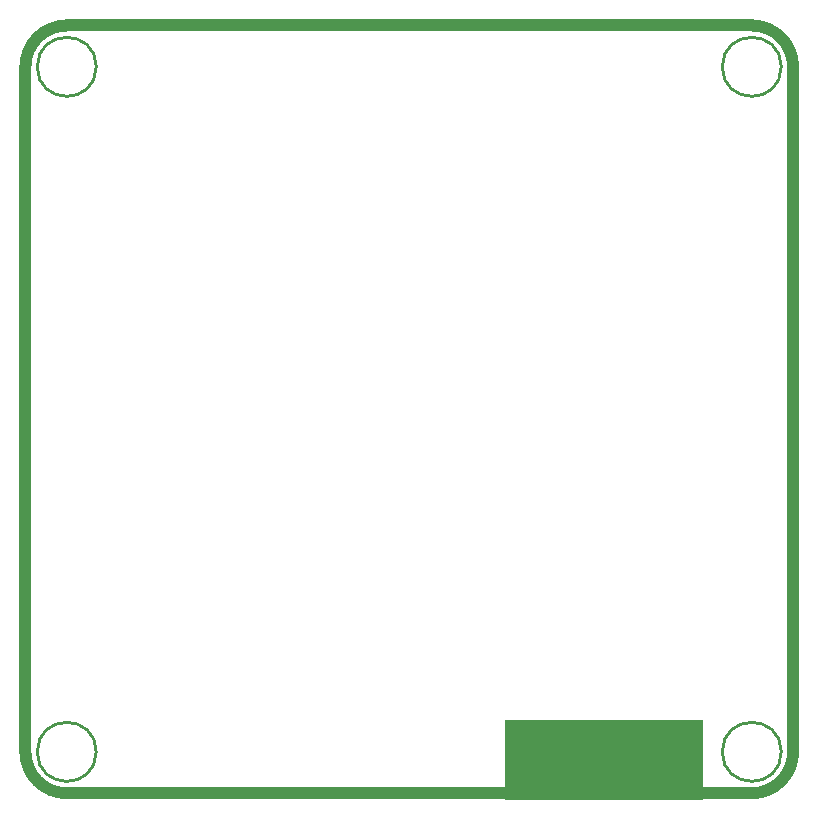
<source format=gko>
G04*
G04 #@! TF.GenerationSoftware,Altium Limited,Altium Designer,20.2.6 (244)*
G04*
G04 Layer_Color=16711935*
%FSLAX25Y25*%
%MOIN*%
G70*
G04*
G04 #@! TF.SameCoordinates,53242240-AA46-4597-B95F-6874191C8742*
G04*
G04*
G04 #@! TF.FilePolarity,Positive*
G04*
G01*
G75*
%ADD12C,0.01000*%
%ADD172C,0.03937*%
%ADD173R,0.66300X0.26500*%
D12*
X251969Y242126D02*
G03*
X251969Y242126I-9843J0D01*
G01*
Y13780D02*
G03*
X251969Y13780I-9843J0D01*
G01*
X23622Y242126D02*
G03*
X23622Y242126I-9843J0D01*
G01*
Y13780D02*
G03*
X23622Y13780I-9843J0D01*
G01*
X255906Y242126D02*
G03*
X242126Y255906I-13780J0D01*
G01*
Y0D02*
G03*
X255906Y13780I0J13780D01*
G01*
X0D02*
G03*
X13780Y0I13780J0D01*
G01*
Y255906D02*
G03*
X0Y242126I0J-13780D01*
G01*
X13780Y0D02*
X242126D01*
X255906Y13780D02*
Y242126D01*
X13780Y255906D02*
X242126D01*
X0Y13780D02*
Y242126D01*
D172*
X242126Y0D02*
G03*
X255906Y13780I0J13780D01*
G01*
Y242126D02*
G03*
X242126Y255906I-13780J0D01*
G01*
X0Y13780D02*
G03*
X13780Y0I13780J0D01*
G01*
Y255906D02*
G03*
X0Y242126I0J-13780D01*
G01*
Y13780D02*
Y242126D01*
X255906Y13780D02*
Y242126D01*
X13780Y0D02*
X242126D01*
X13780Y255906D02*
X242126D01*
D173*
X193026Y11150D02*
D03*
M02*

</source>
